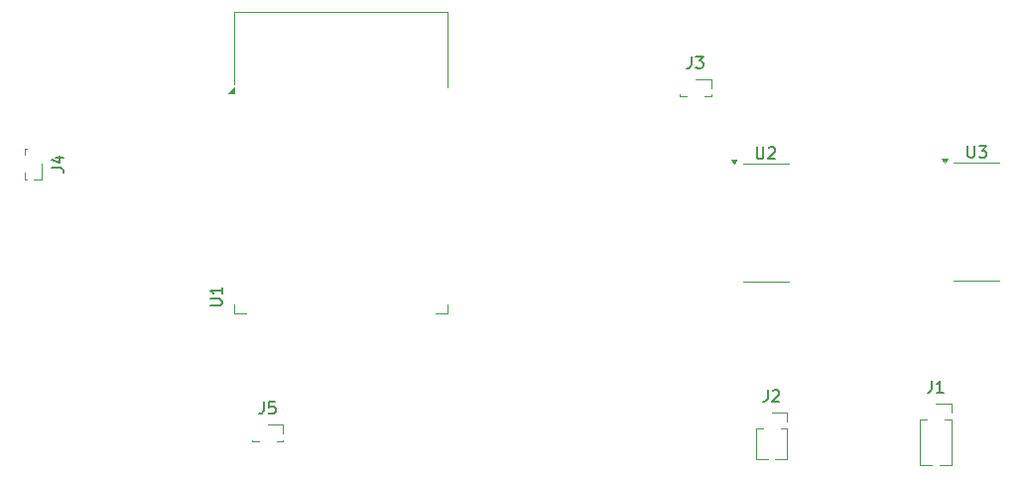
<source format=gbr>
%TF.GenerationSoftware,KiCad,Pcbnew,8.0.3*%
%TF.CreationDate,2024-06-26T21:10:10-03:00*%
%TF.ProjectId,SmartFeeder,536d6172-7446-4656-9564-65722e6b6963,rev?*%
%TF.SameCoordinates,Original*%
%TF.FileFunction,Legend,Top*%
%TF.FilePolarity,Positive*%
%FSLAX46Y46*%
G04 Gerber Fmt 4.6, Leading zero omitted, Abs format (unit mm)*
G04 Created by KiCad (PCBNEW 8.0.3) date 2024-06-26 21:10:10*
%MOMM*%
%LPD*%
G01*
G04 APERTURE LIST*
%ADD10C,0.150000*%
%ADD11C,0.120000*%
G04 APERTURE END LIST*
D10*
X162666666Y-104279819D02*
X162666666Y-104994104D01*
X162666666Y-104994104D02*
X162619047Y-105136961D01*
X162619047Y-105136961D02*
X162523809Y-105232200D01*
X162523809Y-105232200D02*
X162380952Y-105279819D01*
X162380952Y-105279819D02*
X162285714Y-105279819D01*
X163095238Y-104375057D02*
X163142857Y-104327438D01*
X163142857Y-104327438D02*
X163238095Y-104279819D01*
X163238095Y-104279819D02*
X163476190Y-104279819D01*
X163476190Y-104279819D02*
X163571428Y-104327438D01*
X163571428Y-104327438D02*
X163619047Y-104375057D01*
X163619047Y-104375057D02*
X163666666Y-104470295D01*
X163666666Y-104470295D02*
X163666666Y-104565533D01*
X163666666Y-104565533D02*
X163619047Y-104708390D01*
X163619047Y-104708390D02*
X163047619Y-105279819D01*
X163047619Y-105279819D02*
X163666666Y-105279819D01*
X176666666Y-103509819D02*
X176666666Y-104224104D01*
X176666666Y-104224104D02*
X176619047Y-104366961D01*
X176619047Y-104366961D02*
X176523809Y-104462200D01*
X176523809Y-104462200D02*
X176380952Y-104509819D01*
X176380952Y-104509819D02*
X176285714Y-104509819D01*
X177666666Y-104509819D02*
X177095238Y-104509819D01*
X177380952Y-104509819D02*
X177380952Y-103509819D01*
X177380952Y-103509819D02*
X177285714Y-103652676D01*
X177285714Y-103652676D02*
X177190476Y-103747914D01*
X177190476Y-103747914D02*
X177095238Y-103795533D01*
X179738095Y-83459819D02*
X179738095Y-84269342D01*
X179738095Y-84269342D02*
X179785714Y-84364580D01*
X179785714Y-84364580D02*
X179833333Y-84412200D01*
X179833333Y-84412200D02*
X179928571Y-84459819D01*
X179928571Y-84459819D02*
X180119047Y-84459819D01*
X180119047Y-84459819D02*
X180214285Y-84412200D01*
X180214285Y-84412200D02*
X180261904Y-84364580D01*
X180261904Y-84364580D02*
X180309523Y-84269342D01*
X180309523Y-84269342D02*
X180309523Y-83459819D01*
X180690476Y-83459819D02*
X181309523Y-83459819D01*
X181309523Y-83459819D02*
X180976190Y-83840771D01*
X180976190Y-83840771D02*
X181119047Y-83840771D01*
X181119047Y-83840771D02*
X181214285Y-83888390D01*
X181214285Y-83888390D02*
X181261904Y-83936009D01*
X181261904Y-83936009D02*
X181309523Y-84031247D01*
X181309523Y-84031247D02*
X181309523Y-84269342D01*
X181309523Y-84269342D02*
X181261904Y-84364580D01*
X181261904Y-84364580D02*
X181214285Y-84412200D01*
X181214285Y-84412200D02*
X181119047Y-84459819D01*
X181119047Y-84459819D02*
X180833333Y-84459819D01*
X180833333Y-84459819D02*
X180738095Y-84412200D01*
X180738095Y-84412200D02*
X180690476Y-84364580D01*
X161738095Y-83554819D02*
X161738095Y-84364342D01*
X161738095Y-84364342D02*
X161785714Y-84459580D01*
X161785714Y-84459580D02*
X161833333Y-84507200D01*
X161833333Y-84507200D02*
X161928571Y-84554819D01*
X161928571Y-84554819D02*
X162119047Y-84554819D01*
X162119047Y-84554819D02*
X162214285Y-84507200D01*
X162214285Y-84507200D02*
X162261904Y-84459580D01*
X162261904Y-84459580D02*
X162309523Y-84364342D01*
X162309523Y-84364342D02*
X162309523Y-83554819D01*
X162738095Y-83650057D02*
X162785714Y-83602438D01*
X162785714Y-83602438D02*
X162880952Y-83554819D01*
X162880952Y-83554819D02*
X163119047Y-83554819D01*
X163119047Y-83554819D02*
X163214285Y-83602438D01*
X163214285Y-83602438D02*
X163261904Y-83650057D01*
X163261904Y-83650057D02*
X163309523Y-83745295D01*
X163309523Y-83745295D02*
X163309523Y-83840533D01*
X163309523Y-83840533D02*
X163261904Y-83983390D01*
X163261904Y-83983390D02*
X162690476Y-84554819D01*
X162690476Y-84554819D02*
X163309523Y-84554819D01*
X115094819Y-97091904D02*
X115904342Y-97091904D01*
X115904342Y-97091904D02*
X115999580Y-97044285D01*
X115999580Y-97044285D02*
X116047200Y-96996666D01*
X116047200Y-96996666D02*
X116094819Y-96901428D01*
X116094819Y-96901428D02*
X116094819Y-96710952D01*
X116094819Y-96710952D02*
X116047200Y-96615714D01*
X116047200Y-96615714D02*
X115999580Y-96568095D01*
X115999580Y-96568095D02*
X115904342Y-96520476D01*
X115904342Y-96520476D02*
X115094819Y-96520476D01*
X116094819Y-95520476D02*
X116094819Y-96091904D01*
X116094819Y-95806190D02*
X115094819Y-95806190D01*
X115094819Y-95806190D02*
X115237676Y-95901428D01*
X115237676Y-95901428D02*
X115332914Y-95996666D01*
X115332914Y-95996666D02*
X115380533Y-96091904D01*
X119666666Y-105319819D02*
X119666666Y-106034104D01*
X119666666Y-106034104D02*
X119619047Y-106176961D01*
X119619047Y-106176961D02*
X119523809Y-106272200D01*
X119523809Y-106272200D02*
X119380952Y-106319819D01*
X119380952Y-106319819D02*
X119285714Y-106319819D01*
X120619047Y-105319819D02*
X120142857Y-105319819D01*
X120142857Y-105319819D02*
X120095238Y-105796009D01*
X120095238Y-105796009D02*
X120142857Y-105748390D01*
X120142857Y-105748390D02*
X120238095Y-105700771D01*
X120238095Y-105700771D02*
X120476190Y-105700771D01*
X120476190Y-105700771D02*
X120571428Y-105748390D01*
X120571428Y-105748390D02*
X120619047Y-105796009D01*
X120619047Y-105796009D02*
X120666666Y-105891247D01*
X120666666Y-105891247D02*
X120666666Y-106129342D01*
X120666666Y-106129342D02*
X120619047Y-106224580D01*
X120619047Y-106224580D02*
X120571428Y-106272200D01*
X120571428Y-106272200D02*
X120476190Y-106319819D01*
X120476190Y-106319819D02*
X120238095Y-106319819D01*
X120238095Y-106319819D02*
X120142857Y-106272200D01*
X120142857Y-106272200D02*
X120095238Y-106224580D01*
X101589819Y-85333333D02*
X102304104Y-85333333D01*
X102304104Y-85333333D02*
X102446961Y-85380952D01*
X102446961Y-85380952D02*
X102542200Y-85476190D01*
X102542200Y-85476190D02*
X102589819Y-85619047D01*
X102589819Y-85619047D02*
X102589819Y-85714285D01*
X101923152Y-84428571D02*
X102589819Y-84428571D01*
X101542200Y-84666666D02*
X102256485Y-84904761D01*
X102256485Y-84904761D02*
X102256485Y-84285714D01*
X156166666Y-75819819D02*
X156166666Y-76534104D01*
X156166666Y-76534104D02*
X156119047Y-76676961D01*
X156119047Y-76676961D02*
X156023809Y-76772200D01*
X156023809Y-76772200D02*
X155880952Y-76819819D01*
X155880952Y-76819819D02*
X155785714Y-76819819D01*
X156547619Y-75819819D02*
X157166666Y-75819819D01*
X157166666Y-75819819D02*
X156833333Y-76200771D01*
X156833333Y-76200771D02*
X156976190Y-76200771D01*
X156976190Y-76200771D02*
X157071428Y-76248390D01*
X157071428Y-76248390D02*
X157119047Y-76296009D01*
X157119047Y-76296009D02*
X157166666Y-76391247D01*
X157166666Y-76391247D02*
X157166666Y-76629342D01*
X157166666Y-76629342D02*
X157119047Y-76724580D01*
X157119047Y-76724580D02*
X157071428Y-76772200D01*
X157071428Y-76772200D02*
X156976190Y-76819819D01*
X156976190Y-76819819D02*
X156690476Y-76819819D01*
X156690476Y-76819819D02*
X156595238Y-76772200D01*
X156595238Y-76772200D02*
X156547619Y-76724580D01*
D11*
%TO.C,J2*%
X161670000Y-107595000D02*
X161670000Y-110195000D01*
X161670000Y-107595000D02*
X162240000Y-107595000D01*
X161670000Y-110195000D02*
X162692470Y-110195000D01*
X163000000Y-106200000D02*
X164330000Y-106200000D01*
X163307530Y-110195000D02*
X164330000Y-110195000D01*
X163760000Y-107595000D02*
X164330000Y-107595000D01*
X164330000Y-106200000D02*
X164330000Y-106960000D01*
X164330000Y-107595000D02*
X164330000Y-110195000D01*
%TO.C,J1*%
X175670000Y-106825000D02*
X175670000Y-110695000D01*
X175670000Y-106825000D02*
X176240000Y-106825000D01*
X175670000Y-110695000D02*
X176692470Y-110695000D01*
X177000000Y-105430000D02*
X178330000Y-105430000D01*
X177307530Y-110695000D02*
X178330000Y-110695000D01*
X177760000Y-106825000D02*
X178330000Y-106825000D01*
X178330000Y-105430000D02*
X178330000Y-106190000D01*
X178330000Y-106825000D02*
X178330000Y-110695000D01*
%TO.C,U3*%
X180500000Y-84845000D02*
X178550000Y-84845000D01*
X180500000Y-84845000D02*
X182450000Y-84845000D01*
X180500000Y-94965000D02*
X178550000Y-94965000D01*
X180500000Y-94965000D02*
X182450000Y-94965000D01*
X177775000Y-84900000D02*
X177535000Y-84570000D01*
X178015000Y-84570000D01*
X177775000Y-84900000D01*
G36*
X177775000Y-84900000D02*
G01*
X177535000Y-84570000D01*
X178015000Y-84570000D01*
X177775000Y-84900000D01*
G37*
%TO.C,U2*%
X162500000Y-84940000D02*
X160550000Y-84940000D01*
X162500000Y-84940000D02*
X164450000Y-84940000D01*
X162500000Y-95060000D02*
X160550000Y-95060000D01*
X162500000Y-95060000D02*
X164450000Y-95060000D01*
X159775000Y-84995000D02*
X159535000Y-84665000D01*
X160015000Y-84665000D01*
X159775000Y-84995000D01*
G36*
X159775000Y-84995000D02*
G01*
X159535000Y-84665000D01*
X160015000Y-84665000D01*
X159775000Y-84995000D01*
G37*
%TO.C,U1*%
X117130000Y-72040000D02*
X117130000Y-78200000D01*
X117130000Y-72040000D02*
X135370000Y-72040000D01*
X117130000Y-97000000D02*
X117130000Y-97780000D01*
X117130000Y-97780000D02*
X118130000Y-97780000D01*
X135370000Y-72040000D02*
X135370000Y-78455000D01*
X135370000Y-97000000D02*
X135370000Y-97780000D01*
X135370000Y-97780000D02*
X134370000Y-97780000D01*
X117125000Y-78925000D02*
X116625000Y-78925000D01*
X117125000Y-78425000D01*
X117125000Y-78925000D01*
G36*
X117125000Y-78925000D02*
G01*
X116625000Y-78925000D01*
X117125000Y-78425000D01*
X117125000Y-78925000D01*
G37*
%TO.C,J5*%
X118670000Y-108575000D02*
X118670000Y-108695000D01*
X118670000Y-108695000D02*
X119240000Y-108695000D01*
X120000000Y-107240000D02*
X121330000Y-107240000D01*
X120760000Y-108695000D02*
X121330000Y-108695000D01*
X121330000Y-107240000D02*
X121330000Y-108000000D01*
X121330000Y-108575000D02*
X121330000Y-108695000D01*
%TO.C,J4*%
X99425000Y-83670000D02*
X99305000Y-83670000D01*
X99305000Y-83670000D02*
X99305000Y-84240000D01*
X100760000Y-85000000D02*
X100760000Y-86330000D01*
X99305000Y-85760000D02*
X99305000Y-86330000D01*
X100760000Y-86330000D02*
X100000000Y-86330000D01*
X99425000Y-86330000D02*
X99305000Y-86330000D01*
%TO.C,J3*%
X155170000Y-79075000D02*
X155170000Y-79195000D01*
X155170000Y-79195000D02*
X155740000Y-79195000D01*
X156500000Y-77740000D02*
X157830000Y-77740000D01*
X157260000Y-79195000D02*
X157830000Y-79195000D01*
X157830000Y-77740000D02*
X157830000Y-78500000D01*
X157830000Y-79075000D02*
X157830000Y-79195000D01*
%TD*%
M02*

</source>
